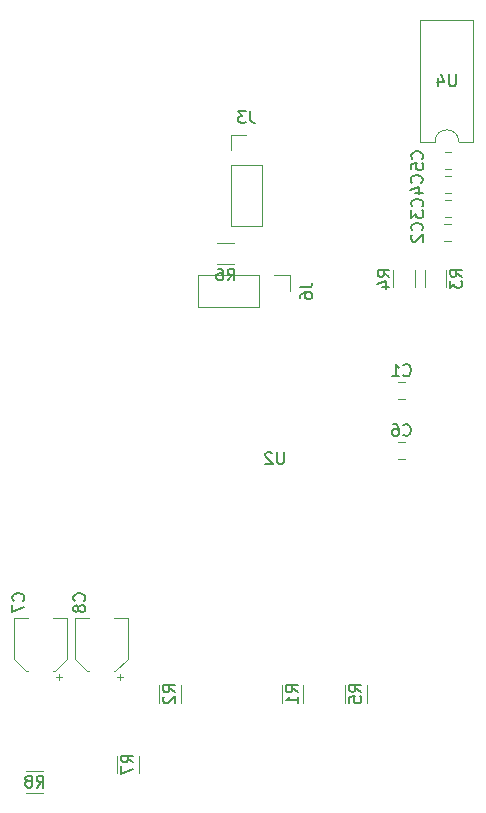
<source format=gbr>
G04 #@! TF.GenerationSoftware,KiCad,Pcbnew,(6.0.4)*
G04 #@! TF.CreationDate,2023-10-24T13:53:14+07:00*
G04 #@! TF.ProjectId,Station-Hardware-ver-01,53746174-696f-46e2-9d48-617264776172,rev?*
G04 #@! TF.SameCoordinates,Original*
G04 #@! TF.FileFunction,Legend,Bot*
G04 #@! TF.FilePolarity,Positive*
%FSLAX46Y46*%
G04 Gerber Fmt 4.6, Leading zero omitted, Abs format (unit mm)*
G04 Created by KiCad (PCBNEW (6.0.4)) date 2023-10-24 13:53:14*
%MOMM*%
%LPD*%
G01*
G04 APERTURE LIST*
%ADD10C,0.150000*%
%ADD11C,0.120000*%
G04 APERTURE END LIST*
D10*
G04 #@! TO.C,U4*
X217151904Y-47702380D02*
X217151904Y-48511904D01*
X217104285Y-48607142D01*
X217056666Y-48654761D01*
X216961428Y-48702380D01*
X216770952Y-48702380D01*
X216675714Y-48654761D01*
X216628095Y-48607142D01*
X216580476Y-48511904D01*
X216580476Y-47702380D01*
X215675714Y-48035714D02*
X215675714Y-48702380D01*
X215913809Y-47654761D02*
X216151904Y-48369047D01*
X215532857Y-48369047D01*
G04 #@! TO.C,U2*
X202591904Y-79672380D02*
X202591904Y-80481904D01*
X202544285Y-80577142D01*
X202496666Y-80624761D01*
X202401428Y-80672380D01*
X202210952Y-80672380D01*
X202115714Y-80624761D01*
X202068095Y-80577142D01*
X202020476Y-80481904D01*
X202020476Y-79672380D01*
X201591904Y-79767619D02*
X201544285Y-79720000D01*
X201449047Y-79672380D01*
X201210952Y-79672380D01*
X201115714Y-79720000D01*
X201068095Y-79767619D01*
X201020476Y-79862857D01*
X201020476Y-79958095D01*
X201068095Y-80100952D01*
X201639523Y-80672380D01*
X201020476Y-80672380D01*
G04 #@! TO.C,R8*
X181666666Y-108072380D02*
X182000000Y-107596190D01*
X182238095Y-108072380D02*
X182238095Y-107072380D01*
X181857142Y-107072380D01*
X181761904Y-107120000D01*
X181714285Y-107167619D01*
X181666666Y-107262857D01*
X181666666Y-107405714D01*
X181714285Y-107500952D01*
X181761904Y-107548571D01*
X181857142Y-107596190D01*
X182238095Y-107596190D01*
X181095238Y-107500952D02*
X181190476Y-107453333D01*
X181238095Y-107405714D01*
X181285714Y-107310476D01*
X181285714Y-107262857D01*
X181238095Y-107167619D01*
X181190476Y-107120000D01*
X181095238Y-107072380D01*
X180904761Y-107072380D01*
X180809523Y-107120000D01*
X180761904Y-107167619D01*
X180714285Y-107262857D01*
X180714285Y-107310476D01*
X180761904Y-107405714D01*
X180809523Y-107453333D01*
X180904761Y-107500952D01*
X181095238Y-107500952D01*
X181190476Y-107548571D01*
X181238095Y-107596190D01*
X181285714Y-107691428D01*
X181285714Y-107881904D01*
X181238095Y-107977142D01*
X181190476Y-108024761D01*
X181095238Y-108072380D01*
X180904761Y-108072380D01*
X180809523Y-108024761D01*
X180761904Y-107977142D01*
X180714285Y-107881904D01*
X180714285Y-107691428D01*
X180761904Y-107596190D01*
X180809523Y-107548571D01*
X180904761Y-107500952D01*
G04 #@! TO.C,R7*
X189842380Y-105953333D02*
X189366190Y-105620000D01*
X189842380Y-105381904D02*
X188842380Y-105381904D01*
X188842380Y-105762857D01*
X188890000Y-105858095D01*
X188937619Y-105905714D01*
X189032857Y-105953333D01*
X189175714Y-105953333D01*
X189270952Y-105905714D01*
X189318571Y-105858095D01*
X189366190Y-105762857D01*
X189366190Y-105381904D01*
X188842380Y-106286666D02*
X188842380Y-106953333D01*
X189842380Y-106524761D01*
G04 #@! TO.C,R6*
X197836666Y-65132380D02*
X198170000Y-64656190D01*
X198408095Y-65132380D02*
X198408095Y-64132380D01*
X198027142Y-64132380D01*
X197931904Y-64180000D01*
X197884285Y-64227619D01*
X197836666Y-64322857D01*
X197836666Y-64465714D01*
X197884285Y-64560952D01*
X197931904Y-64608571D01*
X198027142Y-64656190D01*
X198408095Y-64656190D01*
X196979523Y-64132380D02*
X197170000Y-64132380D01*
X197265238Y-64180000D01*
X197312857Y-64227619D01*
X197408095Y-64370476D01*
X197455714Y-64560952D01*
X197455714Y-64941904D01*
X197408095Y-65037142D01*
X197360476Y-65084761D01*
X197265238Y-65132380D01*
X197074761Y-65132380D01*
X196979523Y-65084761D01*
X196931904Y-65037142D01*
X196884285Y-64941904D01*
X196884285Y-64703809D01*
X196931904Y-64608571D01*
X196979523Y-64560952D01*
X197074761Y-64513333D01*
X197265238Y-64513333D01*
X197360476Y-64560952D01*
X197408095Y-64608571D01*
X197455714Y-64703809D01*
G04 #@! TO.C,R5*
X209132380Y-99983333D02*
X208656190Y-99650000D01*
X209132380Y-99411904D02*
X208132380Y-99411904D01*
X208132380Y-99792857D01*
X208180000Y-99888095D01*
X208227619Y-99935714D01*
X208322857Y-99983333D01*
X208465714Y-99983333D01*
X208560952Y-99935714D01*
X208608571Y-99888095D01*
X208656190Y-99792857D01*
X208656190Y-99411904D01*
X208132380Y-100888095D02*
X208132380Y-100411904D01*
X208608571Y-100364285D01*
X208560952Y-100411904D01*
X208513333Y-100507142D01*
X208513333Y-100745238D01*
X208560952Y-100840476D01*
X208608571Y-100888095D01*
X208703809Y-100935714D01*
X208941904Y-100935714D01*
X209037142Y-100888095D01*
X209084761Y-100840476D01*
X209132380Y-100745238D01*
X209132380Y-100507142D01*
X209084761Y-100411904D01*
X209037142Y-100364285D01*
G04 #@! TO.C,R4*
X211532380Y-64833333D02*
X211056190Y-64500000D01*
X211532380Y-64261904D02*
X210532380Y-64261904D01*
X210532380Y-64642857D01*
X210580000Y-64738095D01*
X210627619Y-64785714D01*
X210722857Y-64833333D01*
X210865714Y-64833333D01*
X210960952Y-64785714D01*
X211008571Y-64738095D01*
X211056190Y-64642857D01*
X211056190Y-64261904D01*
X210865714Y-65690476D02*
X211532380Y-65690476D01*
X210484761Y-65452380D02*
X211199047Y-65214285D01*
X211199047Y-65833333D01*
G04 #@! TO.C,R3*
X217652380Y-64823333D02*
X217176190Y-64490000D01*
X217652380Y-64251904D02*
X216652380Y-64251904D01*
X216652380Y-64632857D01*
X216700000Y-64728095D01*
X216747619Y-64775714D01*
X216842857Y-64823333D01*
X216985714Y-64823333D01*
X217080952Y-64775714D01*
X217128571Y-64728095D01*
X217176190Y-64632857D01*
X217176190Y-64251904D01*
X216652380Y-65156666D02*
X216652380Y-65775714D01*
X217033333Y-65442380D01*
X217033333Y-65585238D01*
X217080952Y-65680476D01*
X217128571Y-65728095D01*
X217223809Y-65775714D01*
X217461904Y-65775714D01*
X217557142Y-65728095D01*
X217604761Y-65680476D01*
X217652380Y-65585238D01*
X217652380Y-65299523D01*
X217604761Y-65204285D01*
X217557142Y-65156666D01*
G04 #@! TO.C,R2*
X193382380Y-99993333D02*
X192906190Y-99660000D01*
X193382380Y-99421904D02*
X192382380Y-99421904D01*
X192382380Y-99802857D01*
X192430000Y-99898095D01*
X192477619Y-99945714D01*
X192572857Y-99993333D01*
X192715714Y-99993333D01*
X192810952Y-99945714D01*
X192858571Y-99898095D01*
X192906190Y-99802857D01*
X192906190Y-99421904D01*
X192477619Y-100374285D02*
X192430000Y-100421904D01*
X192382380Y-100517142D01*
X192382380Y-100755238D01*
X192430000Y-100850476D01*
X192477619Y-100898095D01*
X192572857Y-100945714D01*
X192668095Y-100945714D01*
X192810952Y-100898095D01*
X193382380Y-100326666D01*
X193382380Y-100945714D01*
G04 #@! TO.C,R1*
X203762380Y-99993333D02*
X203286190Y-99660000D01*
X203762380Y-99421904D02*
X202762380Y-99421904D01*
X202762380Y-99802857D01*
X202810000Y-99898095D01*
X202857619Y-99945714D01*
X202952857Y-99993333D01*
X203095714Y-99993333D01*
X203190952Y-99945714D01*
X203238571Y-99898095D01*
X203286190Y-99802857D01*
X203286190Y-99421904D01*
X203762380Y-100945714D02*
X203762380Y-100374285D01*
X203762380Y-100660000D02*
X202762380Y-100660000D01*
X202905238Y-100564761D01*
X203000476Y-100469523D01*
X203048095Y-100374285D01*
G04 #@! TO.C,J6*
X203992380Y-65706666D02*
X204706666Y-65706666D01*
X204849523Y-65659047D01*
X204944761Y-65563809D01*
X204992380Y-65420952D01*
X204992380Y-65325714D01*
X203992380Y-66611428D02*
X203992380Y-66420952D01*
X204040000Y-66325714D01*
X204087619Y-66278095D01*
X204230476Y-66182857D01*
X204420952Y-66135238D01*
X204801904Y-66135238D01*
X204897142Y-66182857D01*
X204944761Y-66230476D01*
X204992380Y-66325714D01*
X204992380Y-66516190D01*
X204944761Y-66611428D01*
X204897142Y-66659047D01*
X204801904Y-66706666D01*
X204563809Y-66706666D01*
X204468571Y-66659047D01*
X204420952Y-66611428D01*
X204373333Y-66516190D01*
X204373333Y-66325714D01*
X204420952Y-66230476D01*
X204468571Y-66182857D01*
X204563809Y-66135238D01*
G04 #@! TO.C,J3*
X199748333Y-50807380D02*
X199748333Y-51521666D01*
X199795952Y-51664523D01*
X199891190Y-51759761D01*
X200034047Y-51807380D01*
X200129285Y-51807380D01*
X199367380Y-50807380D02*
X198748333Y-50807380D01*
X199081666Y-51188333D01*
X198938809Y-51188333D01*
X198843571Y-51235952D01*
X198795952Y-51283571D01*
X198748333Y-51378809D01*
X198748333Y-51616904D01*
X198795952Y-51712142D01*
X198843571Y-51759761D01*
X198938809Y-51807380D01*
X199224523Y-51807380D01*
X199319761Y-51759761D01*
X199367380Y-51712142D01*
G04 #@! TO.C,C8*
X185677142Y-92263333D02*
X185724761Y-92215714D01*
X185772380Y-92072857D01*
X185772380Y-91977619D01*
X185724761Y-91834761D01*
X185629523Y-91739523D01*
X185534285Y-91691904D01*
X185343809Y-91644285D01*
X185200952Y-91644285D01*
X185010476Y-91691904D01*
X184915238Y-91739523D01*
X184820000Y-91834761D01*
X184772380Y-91977619D01*
X184772380Y-92072857D01*
X184820000Y-92215714D01*
X184867619Y-92263333D01*
X185200952Y-92834761D02*
X185153333Y-92739523D01*
X185105714Y-92691904D01*
X185010476Y-92644285D01*
X184962857Y-92644285D01*
X184867619Y-92691904D01*
X184820000Y-92739523D01*
X184772380Y-92834761D01*
X184772380Y-93025238D01*
X184820000Y-93120476D01*
X184867619Y-93168095D01*
X184962857Y-93215714D01*
X185010476Y-93215714D01*
X185105714Y-93168095D01*
X185153333Y-93120476D01*
X185200952Y-93025238D01*
X185200952Y-92834761D01*
X185248571Y-92739523D01*
X185296190Y-92691904D01*
X185391428Y-92644285D01*
X185581904Y-92644285D01*
X185677142Y-92691904D01*
X185724761Y-92739523D01*
X185772380Y-92834761D01*
X185772380Y-93025238D01*
X185724761Y-93120476D01*
X185677142Y-93168095D01*
X185581904Y-93215714D01*
X185391428Y-93215714D01*
X185296190Y-93168095D01*
X185248571Y-93120476D01*
X185200952Y-93025238D01*
G04 #@! TO.C,C7*
X180517142Y-92243333D02*
X180564761Y-92195714D01*
X180612380Y-92052857D01*
X180612380Y-91957619D01*
X180564761Y-91814761D01*
X180469523Y-91719523D01*
X180374285Y-91671904D01*
X180183809Y-91624285D01*
X180040952Y-91624285D01*
X179850476Y-91671904D01*
X179755238Y-91719523D01*
X179660000Y-91814761D01*
X179612380Y-91957619D01*
X179612380Y-92052857D01*
X179660000Y-92195714D01*
X179707619Y-92243333D01*
X179612380Y-92576666D02*
X179612380Y-93243333D01*
X180612380Y-92814761D01*
G04 #@! TO.C,C6*
X212714166Y-78217142D02*
X212761785Y-78264761D01*
X212904642Y-78312380D01*
X212999880Y-78312380D01*
X213142738Y-78264761D01*
X213237976Y-78169523D01*
X213285595Y-78074285D01*
X213333214Y-77883809D01*
X213333214Y-77740952D01*
X213285595Y-77550476D01*
X213237976Y-77455238D01*
X213142738Y-77360000D01*
X212999880Y-77312380D01*
X212904642Y-77312380D01*
X212761785Y-77360000D01*
X212714166Y-77407619D01*
X211857023Y-77312380D02*
X212047500Y-77312380D01*
X212142738Y-77360000D01*
X212190357Y-77407619D01*
X212285595Y-77550476D01*
X212333214Y-77740952D01*
X212333214Y-78121904D01*
X212285595Y-78217142D01*
X212237976Y-78264761D01*
X212142738Y-78312380D01*
X211952261Y-78312380D01*
X211857023Y-78264761D01*
X211809404Y-78217142D01*
X211761785Y-78121904D01*
X211761785Y-77883809D01*
X211809404Y-77788571D01*
X211857023Y-77740952D01*
X211952261Y-77693333D01*
X212142738Y-77693333D01*
X212237976Y-77740952D01*
X212285595Y-77788571D01*
X212333214Y-77883809D01*
G04 #@! TO.C,C5*
X214287142Y-54833333D02*
X214334761Y-54785714D01*
X214382380Y-54642857D01*
X214382380Y-54547619D01*
X214334761Y-54404761D01*
X214239523Y-54309523D01*
X214144285Y-54261904D01*
X213953809Y-54214285D01*
X213810952Y-54214285D01*
X213620476Y-54261904D01*
X213525238Y-54309523D01*
X213430000Y-54404761D01*
X213382380Y-54547619D01*
X213382380Y-54642857D01*
X213430000Y-54785714D01*
X213477619Y-54833333D01*
X213382380Y-55738095D02*
X213382380Y-55261904D01*
X213858571Y-55214285D01*
X213810952Y-55261904D01*
X213763333Y-55357142D01*
X213763333Y-55595238D01*
X213810952Y-55690476D01*
X213858571Y-55738095D01*
X213953809Y-55785714D01*
X214191904Y-55785714D01*
X214287142Y-55738095D01*
X214334761Y-55690476D01*
X214382380Y-55595238D01*
X214382380Y-55357142D01*
X214334761Y-55261904D01*
X214287142Y-55214285D01*
G04 #@! TO.C,C4*
X214237142Y-56853333D02*
X214284761Y-56805714D01*
X214332380Y-56662857D01*
X214332380Y-56567619D01*
X214284761Y-56424761D01*
X214189523Y-56329523D01*
X214094285Y-56281904D01*
X213903809Y-56234285D01*
X213760952Y-56234285D01*
X213570476Y-56281904D01*
X213475238Y-56329523D01*
X213380000Y-56424761D01*
X213332380Y-56567619D01*
X213332380Y-56662857D01*
X213380000Y-56805714D01*
X213427619Y-56853333D01*
X213665714Y-57710476D02*
X214332380Y-57710476D01*
X213284761Y-57472380D02*
X213999047Y-57234285D01*
X213999047Y-57853333D01*
G04 #@! TO.C,C3*
X214287142Y-58873333D02*
X214334761Y-58825714D01*
X214382380Y-58682857D01*
X214382380Y-58587619D01*
X214334761Y-58444761D01*
X214239523Y-58349523D01*
X214144285Y-58301904D01*
X213953809Y-58254285D01*
X213810952Y-58254285D01*
X213620476Y-58301904D01*
X213525238Y-58349523D01*
X213430000Y-58444761D01*
X213382380Y-58587619D01*
X213382380Y-58682857D01*
X213430000Y-58825714D01*
X213477619Y-58873333D01*
X213382380Y-59206666D02*
X213382380Y-59825714D01*
X213763333Y-59492380D01*
X213763333Y-59635238D01*
X213810952Y-59730476D01*
X213858571Y-59778095D01*
X213953809Y-59825714D01*
X214191904Y-59825714D01*
X214287142Y-59778095D01*
X214334761Y-59730476D01*
X214382380Y-59635238D01*
X214382380Y-59349523D01*
X214334761Y-59254285D01*
X214287142Y-59206666D01*
G04 #@! TO.C,C2*
X214277142Y-60893333D02*
X214324761Y-60845714D01*
X214372380Y-60702857D01*
X214372380Y-60607619D01*
X214324761Y-60464761D01*
X214229523Y-60369523D01*
X214134285Y-60321904D01*
X213943809Y-60274285D01*
X213800952Y-60274285D01*
X213610476Y-60321904D01*
X213515238Y-60369523D01*
X213420000Y-60464761D01*
X213372380Y-60607619D01*
X213372380Y-60702857D01*
X213420000Y-60845714D01*
X213467619Y-60893333D01*
X213467619Y-61274285D02*
X213420000Y-61321904D01*
X213372380Y-61417142D01*
X213372380Y-61655238D01*
X213420000Y-61750476D01*
X213467619Y-61798095D01*
X213562857Y-61845714D01*
X213658095Y-61845714D01*
X213800952Y-61798095D01*
X214372380Y-61226666D01*
X214372380Y-61845714D01*
G04 #@! TO.C,C1*
X212716666Y-73147142D02*
X212764285Y-73194761D01*
X212907142Y-73242380D01*
X213002380Y-73242380D01*
X213145238Y-73194761D01*
X213240476Y-73099523D01*
X213288095Y-73004285D01*
X213335714Y-72813809D01*
X213335714Y-72670952D01*
X213288095Y-72480476D01*
X213240476Y-72385238D01*
X213145238Y-72290000D01*
X213002380Y-72242380D01*
X212907142Y-72242380D01*
X212764285Y-72290000D01*
X212716666Y-72337619D01*
X211764285Y-73242380D02*
X212335714Y-73242380D01*
X212050000Y-73242380D02*
X212050000Y-72242380D01*
X212145238Y-72385238D01*
X212240476Y-72480476D01*
X212335714Y-72528095D01*
D11*
G04 #@! TO.C,U4*
X214143000Y-53390000D02*
X214143000Y-43110000D01*
X218643000Y-53390000D02*
X217393000Y-53390000D01*
X214143000Y-43110000D02*
X218643000Y-43110000D01*
X218643000Y-43110000D02*
X218643000Y-53390000D01*
X215393000Y-53390000D02*
X214143000Y-53390000D01*
X217393000Y-53390000D02*
G75*
G03*
X215393000Y-53390000I-1000000J0D01*
G01*
G04 #@! TO.C,R8*
X182227064Y-108530000D02*
X180772936Y-108530000D01*
X182227064Y-106710000D02*
X180772936Y-106710000D01*
G04 #@! TO.C,R7*
X190300000Y-106847064D02*
X190300000Y-105392936D01*
X188480000Y-106847064D02*
X188480000Y-105392936D01*
G04 #@! TO.C,R6*
X196942936Y-63770000D02*
X198397064Y-63770000D01*
X196942936Y-61950000D02*
X198397064Y-61950000D01*
G04 #@! TO.C,R5*
X207770000Y-99422936D02*
X207770000Y-100877064D01*
X209590000Y-99422936D02*
X209590000Y-100877064D01*
G04 #@! TO.C,R4*
X213670000Y-65727064D02*
X213670000Y-64272936D01*
X211850000Y-65727064D02*
X211850000Y-64272936D01*
G04 #@! TO.C,R3*
X216330000Y-65717064D02*
X216330000Y-64262936D01*
X214510000Y-65717064D02*
X214510000Y-64262936D01*
G04 #@! TO.C,R2*
X192020000Y-99432936D02*
X192020000Y-100887064D01*
X193840000Y-99432936D02*
X193840000Y-100887064D01*
G04 #@! TO.C,R1*
X202400000Y-99432936D02*
X202400000Y-100887064D01*
X204220000Y-99432936D02*
X204220000Y-100887064D01*
G04 #@! TO.C,J6*
X195360000Y-67370000D02*
X195360000Y-64710000D01*
X203100000Y-64710000D02*
X201770000Y-64710000D01*
X200500000Y-67370000D02*
X200500000Y-64710000D01*
X200500000Y-67370000D02*
X195360000Y-67370000D01*
X200500000Y-64710000D02*
X195360000Y-64710000D01*
X203100000Y-66040000D02*
X203100000Y-64710000D01*
G04 #@! TO.C,J3*
X200745000Y-60535000D02*
X198085000Y-60535000D01*
X198085000Y-52795000D02*
X198085000Y-54125000D01*
X200745000Y-55395000D02*
X198085000Y-55395000D01*
X200745000Y-55395000D02*
X200745000Y-60535000D01*
X198085000Y-55395000D02*
X198085000Y-60535000D01*
X199415000Y-52795000D02*
X198085000Y-52795000D01*
G04 #@! TO.C,C8*
X188325563Y-98220000D02*
X189390000Y-97155563D01*
X184870000Y-93700000D02*
X186070000Y-93700000D01*
X188690000Y-98960000D02*
X188690000Y-98460000D01*
X184870000Y-97155563D02*
X184870000Y-93700000D01*
X189390000Y-97155563D02*
X189390000Y-93700000D01*
X189390000Y-93700000D02*
X188190000Y-93700000D01*
X188325563Y-98220000D02*
X188190000Y-98220000D01*
X185934437Y-98220000D02*
X186070000Y-98220000D01*
X185934437Y-98220000D02*
X184870000Y-97155563D01*
X188940000Y-98710000D02*
X188440000Y-98710000D01*
G04 #@! TO.C,C7*
X183185563Y-98220000D02*
X184250000Y-97155563D01*
X179730000Y-93700000D02*
X180930000Y-93700000D01*
X183550000Y-98960000D02*
X183550000Y-98460000D01*
X179730000Y-97155563D02*
X179730000Y-93700000D01*
X184250000Y-97155563D02*
X184250000Y-93700000D01*
X184250000Y-93700000D02*
X183050000Y-93700000D01*
X183185563Y-98220000D02*
X183050000Y-98220000D01*
X180794437Y-98220000D02*
X180930000Y-98220000D01*
X180794437Y-98220000D02*
X179730000Y-97155563D01*
X183800000Y-98710000D02*
X183300000Y-98710000D01*
G04 #@! TO.C,C6*
X212808752Y-78805000D02*
X212286248Y-78805000D01*
X212808752Y-80275000D02*
X212286248Y-80275000D01*
G04 #@! TO.C,C5*
X216198748Y-55735000D02*
X216721252Y-55735000D01*
X216198748Y-54265000D02*
X216721252Y-54265000D01*
G04 #@! TO.C,C4*
X216198748Y-57755000D02*
X216721252Y-57755000D01*
X216198748Y-56285000D02*
X216721252Y-56285000D01*
G04 #@! TO.C,C3*
X216198748Y-59775000D02*
X216721252Y-59775000D01*
X216198748Y-58305000D02*
X216721252Y-58305000D01*
G04 #@! TO.C,C2*
X216191248Y-61795000D02*
X216713752Y-61795000D01*
X216191248Y-60325000D02*
X216713752Y-60325000D01*
G04 #@! TO.C,C1*
X212811252Y-73735000D02*
X212288748Y-73735000D01*
X212811252Y-75205000D02*
X212288748Y-75205000D01*
G04 #@! TD*
M02*

</source>
